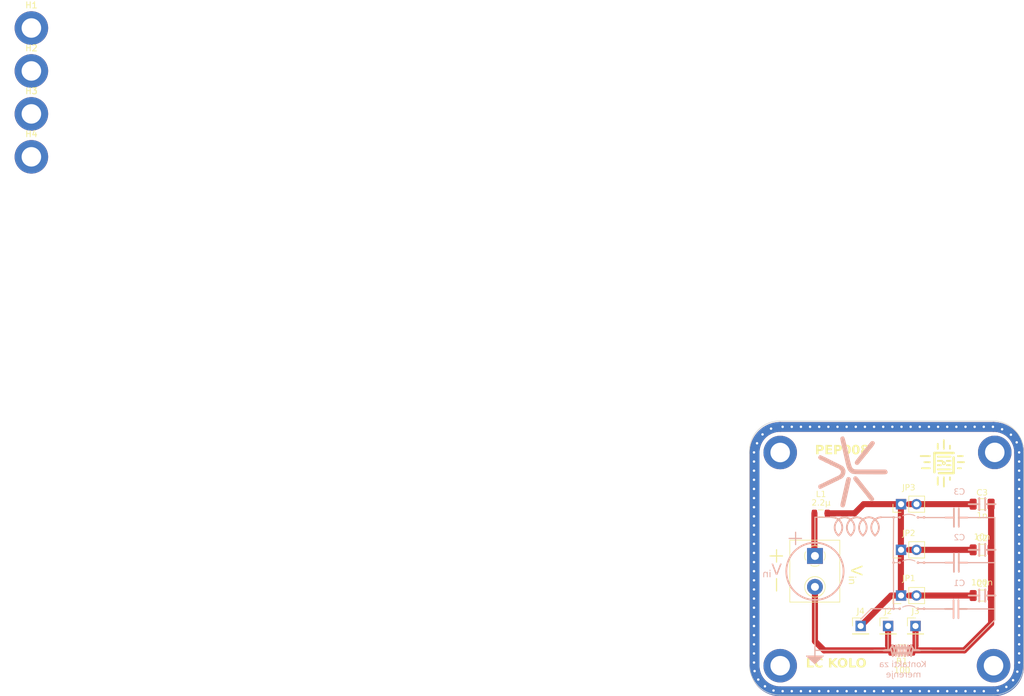
<source format=kicad_pcb>
(kicad_pcb (version 20241229) (generator "pcbnew") (generator_version "9.0")
  (layers (0 "F.Cu" signal) (2 "B.Cu" signal) (13 "F.Paste" user) (15 "B.Paste" user) (5 "F.SilkS" user "F.Silkscreen") (7 "B.SilkS" user "B.Silkscreen") (1 "F.Mask" user) (3 "B.Mask" user) (25 "Edge.Cuts" user))
  (net 0 "")
  (net 1 "0")
  (net 2 "Net-(JP2-B)")
  (net 3 "Net-(JP1-B)")
  (net 4 "Net-(JP3-B)")
  (net 5 "Input voltage")
  (net 6 "Net-(J4-Pin_1)")
  (net 7 "GND")
  (net 8 "Net-(J3-Pin_1)")
  (footprint "Connector_PinHeader_2.54mm:PinHeader_1x01_P2.54mm_Vertical" (layer "F.Cu") (at 148.075 101.2)
    (property "Reference" "J3" (at 0 -1.8 0) (layer "F.SilkS") (effects (justify bottom)))
    (property "Value" "Conn_01x01_Pin")
    (pad "1" thru_hole rect (at 0 0) (size 1.7 1.7) (drill 1) (layers "*.Cu" "*.Mask") (net 8 "Net-(J3-Pin_1)"))
  )
  (footprint "MountingHole:MountingHole_3.2mm_M3_ISO14580_Pad_TopBottom" (layer "F.Cu") (at 125.87501 72.71986)
    (property "Reference" "H2" (hide yes))
    (property "Value" "MountingHole")
    (pad "1" thru_hole circle (at 0 0) (size 3.6 3.6) (drill 3.2) (layers "*.Cu" "*.Mask"))
    (pad "1" connect circle (at 0 0) (size 5.5 5.5) (layers "F.Cu" "F.Mask"))
    (pad "1" connect circle (at 0 0) (size 5.5 5.5) (layers "B.Cu" "B.Mask"))
  )
  (footprint "Connector_PinHeader_2.54mm:PinHeader_1x01_P2.54mm_Vertical" (layer "F.Cu") (at 143.575 101.2)
    (property "Reference" "J2" (at 0 -1.8 0) (layer "F.SilkS") (effects (justify bottom)))
    (property "Value" "Conn_01x01_Pin")
    (pad "1" thru_hole rect (at 0 0) (size 1.7 1.7) (drill 1) (layers "*.Cu" "*.Mask") (net 7 "GND"))
  )
  (footprint "Connector_PinHeader_2.54mm:PinHeader_1x01_P2.54mm_Vertical" (layer "F.Cu") (at 139.075 101.2)
    (property "Reference" "J4" (at 0 -1.8 0) (layer "F.SilkS") (effects (justify bottom)))
    (property "Value" "Conn_01x01_Pin")
    (pad "1" thru_hole rect (at 0 0) (size 1.7 1.7) (drill 1) (layers "*.Cu" "*.Mask") (net 6 "Net-(J4-Pin_1)"))
  )
  (footprint "MountingHole:MountingHole_3.2mm_M3_ISO14580_Pad_TopBottom" (layer "F.Cu") (at 161.075 72.7)
    (property "Reference" "H3" (hide yes))
    (property "Value" "MountingHole")
    (pad "1" thru_hole circle (at 0 0) (size 3.6 3.6) (drill 3.2) (layers "*.Cu" "*.Mask"))
    (pad "1" connect circle (at 0 0) (size 5.5 5.5) (layers "F.Cu" "F.Mask"))
    (pad "1" connect circle (at 0 0) (size 5.5 5.5) (layers "B.Cu" "B.Mask"))
  )
  (footprint "PEP_library:TerminalBlock_Phoenix_MKDS-1,5-2-5.08_1x02_P5.08mm_Horizontal" (layer "F.Cu") (at 131.575 89.7 -90)
    (property "Reference" "J1" (hide yes))
    (property "Value" "Screw_Terminal_01x02" (hide yes))
    (fp_text user "V_{in}\n" (at 1.535427 -5.65 270) (layer "F.SilkS") (effects (font (size 1.8 1.8) (thickness 0.1875)) (justify left bottom)))
    (fp_text user "V_{in}\n" (at 3.4 5.425 0) (layer "B.SilkS") (effects (font (size 1.8 1.8) (thickness 0.1875)) (justify left bottom mirror)))
    (pad "1" thru_hole rect (at 0 0 270) (size 2.6 2.6) (drill 1.3) (layers "*.Cu" "*.Mask") (net 5 "Input voltage"))
    (pad "2" thru_hole circle (at 5.08 0 270) (size 2.6 2.6) (drill 1.3) (layers "*.Cu" "*.Mask") (net 1 "0"))
  )
  (footprint "PEP_library:JP_silk_symbol" (layer "F.Cu") (at 146.975 83.3625 -90)
    (property "Reference" "REF**" (hide yes))
    (property "Value" "JP_silk_symbol")
  )
  (footprint "MountingHole:MountingHole_3.2mm_M3_ISO14580_Pad_TopBottom" (layer "F.Cu") (at 3.025 24.175)
    (property "Reference" "H4" (at 0 -3.75 0) (layer "F.SilkS"))
    (property "Value" "MountingHole")
    (pad "1" thru_hole circle (at 0 0) (size 3.6 3.6) (drill 3.2) (layers "*.Cu" "*.Mask"))
    (pad "1" connect circle (at 0 0) (size 5.5 5.5) (layers "F.Cu" "F.Mask"))
    (pad "1" connect circle (at 0 0) (size 5.5 5.5) (layers "B.Cu" "B.Mask"))
  )
  (footprint "MountingHole:MountingHole_3.2mm_M3_ISO14580_Pad_TopBottom" (layer "F.Cu") (at 125.875 107.7198 -90)
    (property "Reference" "H1" (hide yes))
    (property "Value" "MountingHole")
    (pad "1" thru_hole circle (at 0 0 270) (size 3.6 3.6) (drill 3.2) (layers "*.Cu" "*.Mask"))
    (pad "1" connect circle (at 0 0 270) (size 5.5 5.5) (layers "F.Cu" "F.Mask"))
    (pad "1" connect circle (at 0 0 270) (size 5.5 5.5) (layers "B.Cu" "B.Mask"))
  )
  (footprint "Inductor_SMD:L_0805_2012Metric" (layer "F.Cu") (at 132.550133 82.7)
    (property "Reference" "L1" (at 0.024867 -2.5 0) (layer "F.SilkS") (effects (justify bottom)))
    (property "Value" "2.2µ")
    (pad "1" smd roundrect (at -1.0625 0) (size 0.875 1.2) (layers "F.Cu" "F.Mask" "F.Paste") (net 5 "Input voltage"))
    (pad "2" smd roundrect (at 1.0625 0) (size 0.875 1.2) (layers "F.Cu" "F.Mask" "F.Paste") (net 6 "Net-(J4-Pin_1)"))
  )
  (footprint "PEP_library:JP_silk_symbol" (layer "F.Cu") (at 146.975 98.3625 -90)
    (property "Reference" "REF**" (hide yes))
    (property "Value" "JP_silk_symbol")
  )
  (footprint "MountingHole:MountingHole_3.2mm_M3_ISO14580_Pad_TopBottom" (layer "F.Cu") (at 3.025 17.125)
    (property "Reference" "H3" (at 0 -3.75 0) (layer "F.SilkS"))
    (property "Value" "MountingHole")
    (pad "1" thru_hole circle (at 0 0) (size 3.6 3.6) (drill 3.2) (layers "*.Cu" "*.Mask"))
    (pad "1" connect circle (at 0 0) (size 5.5 5.5) (layers "F.Cu" "F.Mask"))
    (pad "1" connect circle (at 0 0) (size 5.5 5.5) (layers "B.Cu" "B.Mask"))
  )
  (footprint "PEP_library:JP_silk_symbol" (layer "F.Cu") (at 146.975 90.8 -90)
    (property "Reference" "REF**" (hide yes))
    (property "Value" "JP_silk_symbol")
  )
  (footprint "Connector_PinHeader_2.54mm:PinHeader_1x02_P2.54mm_Vertical" (layer "F.Cu") (at 145.7 88.7 90)
    (property "Reference" "JP2" (at 2.1 1.275 180) (layer "F.SilkS") (effects (justify bottom)))
    (property "Value" "Jumper")
    (pad "1" thru_hole rect (at 0 0 90) (size 1.7 1.7) (drill 1) (layers "*.Cu" "*.Mask") (net 6 "Net-(J4-Pin_1)"))
    (pad "2" thru_hole oval (at 0 2.54 90) (size 1.7 1.7) (drill 1) (layers "*.Cu" "*.Mask") (net 2 "Net-(JP2-B)"))
  )
  (footprint "PEP_library:C_1206_3216Metric" (layer "F.Cu") (at 159 81.2)
    (property "Reference" "C3" (at 0 -1.85 0) (layer "F.SilkS"))
    (property "Value" "1n")
    (fp_text user "${REFERENCE}" (at -4.671877 -1.4 0) (layer "B.SilkS") (effects (font (thickness 0.1)) (justify right bottom mirror)))
    (pad "1" smd roundrect (at -1.475 0) (size 1.15 1.8) (layers "F.Cu" "F.Mask" "F.Paste") (roundrect_rratio 0.217391) (net 4 "Net-(JP3-B)"))
    (pad "2" smd roundrect (at 1.475 0) (size 1.15 1.8) (layers "F.Cu" "F.Mask" "F.Paste") (roundrect_rratio 0.217391) (net 8 "Net-(J3-Pin_1)"))
  )
  (footprint "MountingHole:MountingHole_3.2mm_M3_ISO14580_Pad_TopBottom" (layer "F.Cu") (at 3.025 3.025)
    (property "Reference" "H1" (at 0 -3.75 0) (layer "F.SilkS"))
    (property "Value" "MountingHole")
    (pad "1" thru_hole circle (at 0 0) (size 3.6 3.6) (drill 3.2) (layers "*.Cu" "*.Mask"))
    (pad "1" connect circle (at 0 0) (size 5.5 5.5) (layers "F.Cu" "F.Mask"))
    (pad "1" connect circle (at 0 0) (size 5.5 5.5) (layers "B.Cu" "B.Mask"))
  )
  (footprint "PEP_library:C_1206_3216Metric" (layer "F.Cu") (at 159 88.7)
    (property "Reference" "C2" (at 0 -1.85 0) (layer "F.SilkS"))
    (property "Value" "10n")
    (fp_text user "${REFERENCE}" (at -4.671877 -1.4 0) (layer "B.SilkS") (effects (font (thickness 0.1)) (justify right bottom mirror)))
    (pad "1" smd roundrect (at -1.475 0) (size 1.15 1.8) (layers "F.Cu" "F.Mask" "F.Paste") (roundrect_rratio 0.217391) (net 2 "Net-(JP2-B)"))
    (pad "2" smd roundrect (at 1.475 0) (size 1.15 1.8) (layers "F.Cu" "F.Mask" "F.Paste") (roundrect_rratio 0.217391) (net 8 "Net-(J3-Pin_1)"))
  )
  (footprint "MountingHole:MountingHole_3.2mm_M3_ISO14580_Pad_TopBottom" (layer "F.Cu") (at 3.025 10.075)
    (property "Reference" "H2" (at 0 -3.75 0) (layer "F.SilkS"))
    (property "Value" "MountingHole")
    (pad "1" thru_hole circle (at 0 0) (size 3.6 3.6) (drill 3.2) (layers "*.Cu" "*.Mask"))
    (pad "1" connect circle (at 0 0) (size 5.5 5.5) (layers "F.Cu" "F.Mask"))
    (pad "1" connect circle (at 0 0) (size 5.5 5.5) (layers "B.Cu" "B.Mask"))
  )
  (footprint "PEP_library:C_1206_3216Metric" (layer "F.Cu") (at 159 96.2)
    (property "Reference" "C1" (at 0 -1.85 0) (layer "F.SilkS"))
    (property "Value" "100n")
    (fp_text user "${REFERENCE}" (at -4.671877 -1.4 0) (layer "B.SilkS") (effects (font (thickness 0.1)) (justify right bottom mirror)))
    (pad "1" smd roundrect (at -1.475 0) (size 1.15 1.8) (layers "F.Cu" "F.Mask" "F.Paste") (roundrect_rratio 0.217391) (net 3 "Net-(JP1-B)"))
    (pad "2" smd roundrect (at 1.475 0) (size 1.15 1.8) (layers "F.Cu" "F.Mask" "F.Paste") (roundrect_rratio 0.217391) (net 8 "Net-(J3-Pin_1)"))
  )
  (footprint "PEP_library:R_smd" (layer "F.Cu") (at 145.825 105.2 180)
    (property "Reference" "R1" (at 0 -1.82 180) (layer "F.SilkS"))
    (property "Value" "100")
    (pad "1" smd roundrect (at -1.55 0 180) (size 1.3 1.75) (layers "F.Cu" "F.Mask" "F.Paste") (roundrect_rratio 0.192308) (net 8 "Net-(J3-Pin_1)"))
    (pad "2" smd roundrect (at 1.55 0 180) (size 1.3 1.75) (layers "F.Cu" "F.Mask" "F.Paste") (roundrect_rratio 0.192308) (net 7 "GND"))
  )
  (footprint "PEP_library:ele_petnica_logo" (layer "F.Cu") (at 152.725 74.476394)
    (property "Reference" "REF**" (hide yes))
    (property "Value" "ele_petnica_logo" (hide yes))
  )
  (footprint "Connector_PinHeader_2.54mm:PinHeader_1x02_P2.54mm_Vertical" (layer "F.Cu") (at 145.7 96.2 90)
    (property "Reference" "JP1" (at 2.2 1.275 180) (layer "F.SilkS") (effects (justify bottom)))
    (property "Value" "Jumper")
    (pad "1" thru_hole rect (at 0 0 90) (size 1.7 1.7) (drill 1) (layers "*.Cu" "*.Mask") (net 6 "Net-(J4-Pin_1)"))
    (pad "2" thru_hole oval (at 0 2.54 90) (size 1.7 1.7) (drill 1) (layers "*.Cu" "*.Mask") (net 3 "Net-(JP1-B)"))
  )
  (footprint "MountingHole:MountingHole_3.2mm_M3_ISO14580_Pad_TopBottom" (layer "F.Cu") (at 160.875 107.7199)
    (property "Reference" "H4" (hide yes))
    (property "Value" "MountingHole")
    (pad "1" thru_hole circle (at 0 0) (size 3.6 3.6) (drill 3.2) (layers "*.Cu" "*.Mask"))
    (pad "1" connect circle (at 0 0) (size 5.5 5.5) (layers "F.Cu" "F.Mask"))
    (pad "1" connect circle (at 0 0) (size 5.5 5.5) (layers "B.Cu" "B.Mask"))
  )
  (footprint "Connector_PinHeader_2.54mm:PinHeader_1x02_P2.54mm_Vertical" (layer "F.Cu") (at 145.7 81.2 90)
    (property "Reference" "JP3" (at 2.1 1.275 0) (layer "F.SilkS") (effects (justify bottom)))
    (property "Value" "Jumper")
    (pad "1" thru_hole rect (at 0 0 90) (size 1.7 1.7) (drill 1) (layers "*.Cu" "*.Mask") (net 6 "Net-(J4-Pin_1)"))
    (pad "2" thru_hole oval (at 0 2.54 90) (size 1.7 1.7) (drill 1) (layers "*.Cu" "*.Mask") (net 4 "Net-(JP3-B)"))
  )
  (footprint "logo:logo" (layer "B.Cu") (at 137.775 75.9 180)
    (property "Reference" "G***" (hide yes))
    (property "Value" "LOGO" (hide yes))
  )
  (gr_line (start 121.675 72.719848) (end 121.675 107.719848) (stroke (width 1.6)) (layer "F.Cu") (net 1))
  (gr_arc (start 121.675 72.719848) (mid 122.905154 69.750002) (end 125.875 68.519848) (stroke (width 1.6)) (layer "F.Cu") (net 1))
  (gr_arc (start 125.875 111.919848) (mid 122.905159 110.689689) (end 121.675 107.719848) (stroke (width 1.6)) (layer "F.Cu") (net 1))
  (gr_line (start 125.875 111.919848) (end 160.875 111.919848) (stroke (width 1.6)) (layer "F.Cu") (net 1))
  (gr_line (start 165.075 107.719848) (end 165.075 72.719848) (stroke (width 1.6)) (layer "F.Cu") (net 1))
  (gr_arc (start 165.075 107.719848) (mid 163.844851 110.689699) (end 160.875 111.919848) (stroke (width 1.6)) (layer "F.Cu") (net 1))
  (gr_arc (start 160.875 68.519848) (mid 163.844856 69.749992) (end 165.075 72.719848) (stroke (width 1.6)) (layer "F.Cu") (net 1))
  (gr_line (start 125.875 68.519848) (end 160.875 68.519848) (stroke (width 1.6)) (layer "F.Cu") (net 1))
  (gr_line (start 125.875 68.519848) (end 160.875 68.519848) (stroke (width 1.6)) (layer "B.Cu") (net 1))
  (gr_line (start 125.875 111.919848) (end 160.875 111.919848) (stroke (width 1.6)) (layer "B.Cu") (net 1))
  (gr_arc (start 160.875 68.519848) (mid 163.844856 69.749992) (end 165.075 72.719848) (stroke (width 1.6)) (layer "B.Cu") (net 1))
  (gr_arc (start 165.075 107.719848) (mid 163.844851 110.689699) (end 160.875 111.919848) (stroke (width 1.6)) (layer "B.Cu") (net 1))
  (gr_arc (start 125.875 111.919848) (mid 122.905159 110.689689) (end 121.675 107.719848) (stroke (width 1.6)) (layer "B.Cu") (net 1))
  (gr_line (start 165.075 107.719848) (end 165.075 72.719848) (stroke (width 1.6)) (layer "B.Cu") (net 1))
  (gr_arc (start 121.675 72.719848) (mid 122.905154 69.750002) (end 125.875 68.519848) (stroke (width 1.6)) (layer "B.Cu") (net 1))
  (gr_line (start 121.675 72.719848) (end 121.675 107.719848) (stroke (width 1.6)) (layer "B.Cu") (net 1))
  (gr_line (start 148.075 105.075) (end 148.075 102.325) (stroke (width 0.2)) (layer "B.SilkS"))
  (gr_line (start 146.825 106.075) (end 146.325 104.325) (stroke (width 0.3)) (layer "B.SilkS"))
  (gr_line (start 130.19638 106.126018) (end 131.57138 107.376018) (stroke (width 0.15)) (layer "B.SilkS"))
  (gr_line (start 161.075 100.2) (end 156.075 105.2) (stroke (width 0.2)) (layer "B.SilkS"))
  (gr_line (start 154.375 84.9) (end 154.375 81.9) (stroke (width 0.3)) (layer "B.SilkS"))
  (gr_line (start 142.437342 83.345908) (end 144.337342 83.345908) (stroke (width 0.2)) (layer "B.SilkS"))
  (gr_line (start 145.325 104.325) (end 144.825 106.075) (stroke (width 0.3)) (layer "B.SilkS"))
  (gr_line (start 148.5 83.4) (end 152.975 83.4) (stroke (width 0.2)) (layer "B.SilkS"))
  (gr_line (start 148.825 105.2) (end 147.825 105.2) (stroke (width 0.3)) (layer "B.SilkS"))
  (gr_poly (pts (xy 132.94638 106.126018) (xy 130.19638 106.126018) (xy 131.57138 107.376018)) (stroke (width 0.15)) (fill yes) (layer "B.SilkS"))
  (gr_line (start 155.1125 96.9) (end 155.1125 99.9) (stroke (width 0.3)) (layer "B.SilkS"))
  (gr_line (start 154.375 90.8) (end 152.975 90.8) (stroke (width 0.3)) (layer "B.SilkS"))
  (gr_arc (start 138.437342 83.345908) (mid 139.975 84.5) (end 139.437342 86.345908) (stroke (width 0.3)) (layer "B.SilkS"))
  (gr_line (start 131.57319 105.2) (end 132.575 105.2) (stroke (width 0.2)) (layer "B.SilkS"))
  (gr_line (start 148.4375 98.4) (end 152.9125 98.4) (stroke (width 0.2)) (layer "B.SilkS"))
  (gr_line (start 144.825 106.075) (end 144.325 104.325) (stroke (width 0.3)) (layer "B.SilkS"))
  (gr_line (start 145.825 106.075) (end 145.325 104.325) (stroke (width 0.3)) (layer "B.SilkS"))
  (gr_line (start 154.3125 99.9) (end 154.3125 96.9) (stroke (width 0.3)) (layer "B.SilkS"))
  (gr_line (start 132.575 105.2) (end 143.075 105.2) (stroke (width 0.2)) (layer "B.SilkS"))
  (gr_arc (start 140.437342 83.345908) (mid 141.975 84.5) (end 141.437342 86.345908) (stroke (width 0.3)) (layer "B.SilkS"))
  (gr_line (start 131.575 96.7) (end 131.575 101.7) (stroke (width 0.2)) (layer "B.SilkS"))
  (gr_line (start 154.375 92.3) (end 154.375 89.3) (stroke (width 0.3)) (layer "B.SilkS"))
  (gr_line (start 155.175 81.9) (end 155.175 84.9) (stroke (width 0.3)) (layer "B.SilkS"))
  (gr_line (start 143.575 105.075) (end 143.575 102.325) (stroke (width 0.2)) (layer "B.SilkS"))
  (gr_line (start 131.575 101.7) (end 131.57138 106.376018) (stroke (width 0.2)) (layer "B.SilkS"))
  (gr_line (start 148.5 90.8) (end 152.975 90.8) (stroke (width 0.2)) (layer "B.SilkS"))
  (gr_line (start 140.825 98.362496) (end 139.125 100.062496) (stroke (width 0.2)) (layer "B.SilkS"))
  (gr_line (start 147.825 105.2) (end 147.325 104.325) (stroke (width 0.3)) (layer "B.SilkS"))
  (gr_line (start 144.325 104.325) (end 143.825 105.2) (stroke (width 0.3)) (layer "B.SilkS"))
  (gr_line (start 147.325 104.325) (end 146.825 106.075) (stroke (width 0.3)) (layer "B.SilkS"))
  (gr_line (start 155.175 89.3) (end 155.175 92.3) (stroke (width 0.3)) (layer "B.SilkS"))
  (gr_arc (start 141.437342 86.345908) (mid 140.899591 84.499991) (end 142.437342 83.345908) (stroke (width 0.3)) (layer "B.SilkS"))
  (gr_line (start 155.175 90.8) (end 156.575 90.8) (stroke (width 0.3)) (layer "B.SilkS"))
  (gr_line (start 134.437342 83.345908) (end 131.575 83.345908) (stroke (width 0.2)) (layer "B.SilkS"))
  (gr_line (start 154.3125 98.4) (end 152.9125 98.4) (stroke (width 0.3)) (layer "B.SilkS"))
  (gr_line (start 140.825 98.362496) (end 144.475 98.362496) (stroke (width 0.2)) (layer "B.SilkS"))
  (gr_line (start 161.075 83.4) (end 161.075 100.2) (stroke (width 0.2)) (layer "B.SilkS"))
  (gr_arc (start 136.437342 83.345908) (mid 137.975 84.5) (end 137.437342 86.345908) (stroke (width 0.3)) (layer "B.SilkS"))
  (gr_line (start 146.325 104.325) (end 145.825 106.075) (stroke (width 0.3)) (layer "B.SilkS"))
  (gr_line (start 144.45 87.7) (end 144.475 98.362496) (stroke (width 0.2)) (layer "B.SilkS"))
  (gr_arc (start 139.437342 86.345908) (mid 138.899591 84.499991) (end 140.437342 83.345908) (stroke (width 0.3)) (layer "B.SilkS"))
  (gr_line (start 156.6 83.4) (end 161.075 83.4) (stroke (width 0.2)) (layer "B.SilkS"))
  (gr_line (start 143.825 105.2) (end 142.825 105.2) (stroke (width 0.3)) (layer "B.SilkS"))
  (gr_line (start 144.475 83.362496) (end 144.45 87.7) (stroke (width 0.2)) (layer "B.SilkS"))
  (gr_line (start 131.575 83.345908) (end 131.575 87.868752) (stroke (width 0.2)) (layer "B.SilkS"))
  (gr_arc (start 137.437342 86.345908) (mid 136.899591 84.499991) (end 138.437342 83.345908) (stroke (width 0.3)) (layer "B.SilkS"))
  (gr_line (start 156.6 90.8) (end 161.075 90.8) (stroke (width 0.2)) (layer "B.SilkS"))
  (gr_line (start 156.5375 98.4) (end 161.0125 98.4) (stroke (width 0.2)) (layer "B.SilkS"))
  (gr_arc (start 134.437342 83.345908) (mid 135.975 84.5) (end 135.437342 86.345908) (stroke (width 0.3)) (layer "B.SilkS"))
  (gr_line (start 156.075 105.2) (end 148.825 105.2) (stroke (width 0.2)) (layer "B.SilkS"))
  (gr_arc (start 135.437342 86.345908) (mid 134.899591 84.499991) (end 136.437342 83.345908) (stroke (width 0.3)) (layer "B.SilkS"))
  (gr_line (start 155.175 83.4) (end 156.575 83.4) (stroke (width 0.3)) (layer "B.SilkS"))
  (gr_line (start 154.375 83.4) (end 152.975 83.4) (stroke (width 0.3)) (layer "B.SilkS"))
  (gr_line (start 155.1125 98.4) (end 156.5125 98.4) (stroke (width 0.3)) (layer "B.SilkS"))
  (gr_line (start 160.814876 112.534723) (end 125.814876 112.534723) (stroke (width 0.1)) (layer "Edge.Cuts"))
  (gr_line (start 165.814876 107.534723) (end 165.814876 72.534723) (stroke (width 0.1)) (layer "Edge.Cuts"))
  (gr_arc (start 120.814876 72.534723) (mid 122.279343 68.99919) (end 125.814876 67.534723) (stroke (width 0.1)) (layer "Edge.Cuts"))
  (gr_arc (start 125.814876 112.534723) (mid 122.279366 111.070233) (end 120.814876 107.534723) (stroke (width 0.1)) (layer "Edge.Cuts"))
  (gr_arc (start 160.814876 67.534723) (mid 164.350434 68.999165) (end 165.814876 72.534723) (stroke (width 0.1)) (layer "Edge.Cuts"))
  (gr_line (start 125.814876 67.534723) (end 160.814876 67.534723) (stroke (width 0.1)) (layer "Edge.Cuts"))
  (gr_arc (start 165.814876 107.534723) (mid 164.35042 111.070267) (end 160.814876 112.534723) (stroke (width 0.1)) (layer "Edge.Cuts"))
  (gr_line (start 120.814876 72.534723) (end 120.814876 107.534723) (stroke (width 0.1)) (layer "Edge.Cuts"))
  (gr_text "2.2µ" (at 132.575 81.6 0) (layer "F.SilkS") (effects (font (size 1 1) (thickness 0.1)) (justify bottom)))
  (gr_text "100" (at 145.875 109.1 0) (layer "F.SilkS") (effects (font (size 1 1) (thickness 0.1)) (justify bottom)))
  (gr_text "LC KOLO" (at 130.075047 108.258854 0) (layer "F.SilkS") (effects (font (size 1.5 1.5) (thickness 0.2) (bold yes)) (justify left bottom)))
  (gr_text "10n" (at 158.975 87.2 0) (layer "F.SilkS") (effects (font (size 1 1) (thickness 0.1)) (justify bottom)))
  (gr_text "100n" (at 158.975 94.7 0) (layer "F.SilkS") (effects (font (size 1 1) (thickness 0.1)) (justify bottom)))
  (gr_text "PEP008" (at 131.575 73.258914 0) (layer "F.SilkS") (effects (font (size 1.5 1.5) (thickness 0.2) (bold yes)) (justify left bottom)))
  (gr_text "1n" (at 159 83.7 0) (layer "F.SilkS") (effects (font (size 1 1) (thickness 0.1)) (justify bottom)))
  (gr_text "Kontakti za\n  merenje" (at 149.875 109.8 0) (layer "B.SilkS") (effects (font (size 1 1) (thickness 0.2)) (justify left bottom mirror)))
  (via (at 127.775 68.5) (size 0.8) (drill 0.4) (layers "F.Cu" "B.Cu") (net 0))
  (via (at 162.975 111.2) (size 0.8) (drill 0.4) (layers "F.Cu" "B.Cu") (net 0))
  (via (at 148.775 68.5) (size 0.8) (drill 0.4) (layers "F.Cu" "B.Cu") (net 0))
  (via (at 135.275 111.9) (size 0.8) (drill 0.4) (layers "F.Cu" "B.Cu") (net 0))
  (via (at 133.775 68.5) (size 0.8) (drill 0.4) (layers "F.Cu" "B.Cu") (net 0))
  (via (at 144.275 111.9) (size 0.8) (drill 0.4) (layers "F.Cu" "B.Cu") (net 0))
  (via (at 122.975 69.75) (size 0.8) (drill 0.4) (layers "F.Cu" "B.Cu") (net 0))
  (via (at 121.575 89.2) (size 0.8) (drill 0.4) (layers "F.Cu" "B.Cu") (net 0))
  (via (at 165.075 95.2) (size 0.8) (drill 0.4) (layers "F.Cu" "B.Cu") (net 0))
  (via (at 165.075 105.7) (size 0.8) (drill 0.4) (layers "F.Cu" "B.Cu") (net 0))
  (via (at 121.575 102.7) (size 0.8) (drill 0.4) (layers "F.Cu" "B.Cu") (net 0))
  (via (at 159.275 68.5) (size 0.8) (drill 0.4) (layers "F.Cu" "B.Cu") (net 0))
  (via (at 136.775 68.5) (size 0.8) (drill 0.4) (layers "F.Cu" "B.Cu") (net 0))
  (via (at 147.275 111.9) (size 0.8) (drill 0.4) (layers "F.Cu" "B.Cu") (net 0))
  (via (at 124.775 111.8) (size 0.8) (drill 0.4) (layers "F.Cu" "B.Cu") (net 0))
  (via (at 121.575 77.2) (size 0.8) (drill 0.4) (layers "F.Cu" "B.Cu") (net 0))
  (via (at 165.075 83.2) (size 0.8) (drill 0.4) (layers "F.Cu" "B.Cu") (net 0))
  (via (at 165.075 104.2) (size 0.8) (drill 0.4) (layers "F.Cu" "B.Cu") (net 0))
  (via (at 141.275 68.5) (size 0.8) (drill 0.4) (layers "F.Cu" "B.Cu") (net 0))
  (via (at 121.575 81.7) (size 0.8) (drill 0.4) (layers "F.Cu" "B.Cu") (net 0))
  (via (at 159.275 111.9) (size 0.8) (drill 0.4) (layers "F.Cu" "B.Cu") (net 0))
  (via (at 165.075 93.7) (size 0.8) (drill 0.4) (layers "F.Cu" "B.Cu") (net 0))
  (via (at 133.775 111.9) (size 0.8) (drill 0.4) (layers "F.Cu" "B.Cu") (net 0))
  (via (at 162.275 68.9) (size 0.8) (drill 0.4) (layers "F.Cu" "B.Cu") (net 0))
  (via (at 126.275 111.9) (size 0.8) (drill 0.4) (layers "F.Cu" "B.Cu") (net 0))
  (via (at 157.775 111.9) (size 0.8) (drill 0.4) (layers "F.Cu" "B.Cu") (net 0))
  (via (at 150.275 111.9) (size 0.8) (drill 0.4) (layers "F.Cu" "B.Cu") (net 0))
  (via (at 165.075 72.7) (size 0.8) (drill 0.4) (layers "F.Cu" "B.Cu") (net 0))
  (via (at 153.275 68.5) (size 0.8) (drill 0.4) (layers "F.Cu" "B.Cu") (net 0))
  (via (at 154.775 68.5) (size 0.8) (drill 0.4) (layers "F.Cu" "B.Cu") (net 0))
  (via (at 164.775 108.7) (size 0.8) (drill 0.4) (layers "F.Cu" "B.Cu") (net 0))
  (via (at 121.575 105.7) (size 0.8) (drill 0.4) (layers "F.Cu" "B.Cu") (net 0))
  (via (at 165.075 74.2) (size 0.8) (drill 0.4) (layers "F.Cu" "B.Cu") (net 0))
  (via (at 139.775 68.5) (size 0.8) (drill 0.4) (layers "F.Cu" "B.Cu") (net 0))
  (via (at 165.075 86.2) (size 0.8) (drill 0.4) (layers "F.Cu" "B.Cu") (net 0))
  (via (at 160.775 68.5) (size 0.8) (drill 0.4) (layers "F.Cu" "B.Cu") (net 0))
  (via (at 165.075 92.2) (size 0.8) (drill 0.4) (layers "F.Cu" "B.Cu") (net 0))
  (via (at 150.275 68.5) (size 0.8) (drill 0.4) (layers "F.Cu" "B.Cu") (net 0))
  (via (at 163.725 69.8) (size 0.8) (drill 0.4) (layers "F.Cu" "B.Cu") (net 0))
  (via (at 165.075 78.7) (size 0.8) (drill 0.4) (layers "F.Cu" "B.Cu") (net 0))
  (via (at 121.575 75.7) (size 0.8) (drill 0.4) (layers "F.Cu" "B.Cu") (net 0))
  (via (at 161.575 111.8) (size 0.8) (drill 0.4) (layers "F.Cu" "B.Cu") (net 0))
  (via (at 121.575 80.2) (size 0.8) (drill 0.4) (layers "F.Cu" "B.Cu") (net 0))
  (via (at 147.275 68.5) (size 0.8) (drill 0.4) (layers "F.Cu" "B.Cu") (net 0))
  (via (at 142.775 111.9) (size 0.8) (drill 0.4) (layers "F.Cu" "B.Cu") (net 0))
  (via (at 124.375 68.8) (size 0.8) (drill 0.4) (layers "F.Cu" "B.Cu") (net 0))
  (via (at 129.275 111.9) (size 0.8) (drill 0.4) (layers "F.Cu" "B.Cu") (net 0))
  (via (at 142.775 68.5) (size 0.8) (drill 0.4) (layers "F.Cu" "B.Cu") (net 0))
  (via (at 130.775 111.9) (size 0.8) (drill 0.4) (layers "F.Cu" "B.Cu") (net 0))
  (via (at 121.575 95.2) (size 0.8) (drill 0.4) (layers "F.Cu" "B.Cu") (net 0))
  (via (at 121.575 96.7) (size 0.8) (drill 0.4) (layers "F.Cu" "B.Cu") (net 0))
  (via (at 126.275 68.5) (size 0.8) (drill 0.4) (layers "F.Cu" "B.Cu") (net 0))
  (via (at 165.075 80.2) (size 0.8) (drill 0.4) (layers "F.Cu" "B.Cu") (net 0))
  (via (at 121.575 83.2) (size 0.8) (drill 0.4) (layers "F.Cu" "B.Cu") (net 0))
  (via (at 121.575 86.2) (size 0.8) (drill 0.4) (layers "F.Cu" "B.Cu") (net 0))
  (via (at 157.775 68.5) (size 0.8) (drill 0.4) (layers "F.Cu" "B.Cu") (net 0))
  (via (at 165.075 81.7) (size 0.8) (drill 0.4) (layers "F.Cu" "B.Cu") (net 0))
  (via (at 121.575 107.2) (size 0.8) (drill 0.4) (layers "F.Cu" "B.Cu") (net 0))
  (via (at 132.275 68.5) (size 0.8) (drill 0.4) (layers "F.Cu" "B.Cu") (net 0))
  (via (at 164.675 71.05) (size 0.8) (drill 0.4) (layers "F.Cu" "B.Cu") (net 0))
  (via (at 122.275 110) (size 0.8) (drill 0.4) (layers "F.Cu" "B.Cu") (net 0))
  (via (at 165.075 102.7) (size 0.8) (drill 0.4) (layers "F.Cu" "B.Cu") (net 0))
  (via (at 123.375 111.1) (size 0.8) (drill 0.4) (layers "F.Cu" "B.Cu") (net 0))
  (via (at 121.575 93.7) (size 0.8) (drill 0.4) (layers "F.Cu" "B.Cu") (net 0))
  (via (at 129.275 68.5) (size 0.8) (drill 0.4) (layers "F.Cu" "B.Cu") (net 0))
  (via (at 138.275 68.5) (size 0.8) (drill 0.4) (layers "F.Cu" "B.Cu") (net 0))
  (via (at 130.775 68.5) (size 0.8) (drill 0.4) (layers "F.Cu" "B.Cu") (net 0))
  (via (at 145.775 68.5) (size 0.8) (drill 0.4) (layers "F.Cu" "B.Cu") (net 0))
  (via (at 165.075 75.7) (size 0.8) (drill 0.4) (layers "F.Cu" "B.Cu") (net 0))
  (via (at 165.075 90.7) (size 0.8) (drill 0.4) (layers "F.Cu" "B.Cu") (net 0))
  (via (at 121.575 87.7) (size 0.8) (drill 0.4) (layers "F.Cu" "B.Cu") (net 0))
  (via (at 127.775 111.9) (size 0.8) (drill 0.4) (layers "F.Cu" "B.Cu") (net 0))
  (via (at 165.075 77.2) (size 0.8) (drill 0.4) (layers "F.Cu" "B.Cu") (net 0))
  (via (at 165.075 87.7) (size 0.8) (drill 0.4) (layers "F.Cu" "B.Cu") (net 0))
  (via (at 121.575 92.2) (size 0.8) (drill 0.4) (layers "F.Cu" "B.Cu") (net 0))
  (via (at 135.275 68.5) (size 0.8) (drill 0.4) (layers "F.Cu" "B.Cu") (net 0))
  (via (at 121.575 101.2) (size 0.8) (drill 0.4) (layers "F.Cu" "B.Cu") (net 0))
  (via (at 145.775 111.9) (size 0.8) (drill 0.4) (layers "F.Cu" "B.Cu") (net 0))
  (via (at 165.075 96.7) (size 0.8) (drill 0.4) (layers "F.Cu" "B.Cu") (net 0))
  (via (at 121.675 108.6) (size 0.8) (drill 0.4) (layers "F.Cu" "B.Cu") (net 0))
  (via (at 121.575 84.7) (size 0.8) (drill 0.4) (layers "F.Cu" "B.Cu") (net 0))
  (via (at 132.275 111.9) (size 0.8) (drill 0.4) (layers "F.Cu" "B.Cu") (net 0))
  (via (at 153.275 111.9) (size 0.8) (drill 0.4) (layers "F.Cu" "B.Cu") (net 0))
  (via (at 139.775 111.9) (size 0.8) (drill 0.4) (layers "F.Cu" "B.Cu") (net 0))
  (via (at 122.075 71.2) (size 0.8) (drill 0.4) (layers "F.Cu" "B.Cu") (net 0))
  (via (at 151.775 111.9) (size 0.8) (drill 0.4) (layers "F.Cu" "B.Cu") (net 0))
  (via (at 121.575 74.2) (size 0.8) (drill 0.4) (layers "F.Cu" "B.Cu") (net 0))
  (via (at 165.075 99.7) (size 0.8) (drill 0.4) (layers "F.Cu" "B.Cu") (net 0))
  (via (at 165.075 107.2) (size 0.8) (drill 0.4) (layers "F.Cu" "B.Cu") (net 0))
  (via (at 121.575 78.7) (size 0.8) (drill 0.4) (layers "F.Cu" "B.Cu") (net 0))
  (via (at 121.575 98.2) (size 0.8) (drill 0.4) (layers "F.Cu" "B.Cu") (net 0))
  (via (at 165.075 101.2) (size 0.8) (drill 0.4) (layers "F.Cu" "B.Cu") (net 0))
  (via (at 165.075 84.7) (size 0.8) (drill 0.4) (layers "F.Cu" "B.Cu") (net 0))
  (via (at 151.775 68.5) (size 0.8) (drill 0.4) (layers "F.Cu" "B.Cu") (net 0))
  (via (at 165.075 89.2) (size 0.8) (drill 0.4) (layers "F.Cu" "B.Cu") (net 0))
  (via (at 121.575 90.7) (size 0.8) (drill 0.4) (layers "F.Cu" "B.Cu") (net 0))
  (via (at 148.775 111.9) (size 0.8) (drill 0.4) (layers "F.Cu" "B.Cu") (net 0))
  (via (at 156.275 68.5) (size 0.8) (drill 0.4) (layers "F.Cu" "B.Cu") (net 0))
  (via (at 136.775 111.9) (size 0.8) (drill 0.4) (layers "F.Cu" "B.Cu") (net 0))
  (via (at 141.275 111.9) (size 0.8) (drill 0.4) (layers "F.Cu" "B.Cu") (net 0))
  (via (at 121.575 99.7) (size 0.8) (drill 0.4) (layers "F.Cu" "B.Cu") (net 0))
  (via (at 138.275 111.9) (size 0.8) (drill 0.4) (layers "F.Cu" "B.Cu") (net 0))
  (via (at 165.075 98.2) (size 0.8) (drill 0.4) (layers "F.Cu" "B.Cu") (net 0))
  (via (at 164.075 110.1) (size 0.8) (drill 0.4) (layers "F.Cu" "B.Cu") (net 0))
  (via (at 144.275 68.5) (size 0.8) (drill 0.4) (layers "F.Cu" "B.Cu") (net 0))
  (via (at 154.775 111.9) (size 0.8) (drill 0.4) (layers "F.Cu" "B.Cu") (net 0))
  (via (at 121.575 72.7) (size 0.8) (drill 0.4) (layers "F.Cu" "B.Cu") (net 0))
  (via (at 156.275 111.9) (size 0.8) (drill 0.4) (layers "F.Cu" "B.Cu") (net 0))
  (via (at 121.575 104.2) (size 0.8) (drill 0.4) (layers "F.Cu" "B.Cu") (net 0))
  (segment (start 160.575 96.2) (end 161.075 96.2) (width 0.2) (layer "B.Cu") (net 0))
  (segment (start 147 88.7) (end 157.525 88.7) (width 1) (layer "F.Cu") (net 2))
  (segment (start 147 96.2) (end 157.525 96.2) (width 1) (layer "F.Cu") (net 3))
  (segment (start 147 81.2) (end 157.525 81.2) (width 1) (layer "F.Cu") (net 4))
  (segment (start 131.487633 82.7) (end 131.487633 89.612633) (width 1) (layer "F.Cu") (net 5))
  (segment (start 131.487633 89.612633) (end 131.575 89.7) (width 0.2) (layer "F.Cu") (net 5))
  (segment (start 145.65 96.2) (end 144.075 96.2) (width 1) (layer "F.Cu") (net 6))
  (segment (start 145.675 96.225) (end 145.65 96.2) (width 1) (layer "F.Cu") (net 6))
  (segment (start 138.075 82.7) (end 139.575 81.2) (width 1) (layer "F.Cu") (net 6))
  (segment (start 133.612633 82.7) (end 138.075 82.7) (width 1) (layer "F.Cu") (net 6))
  (segment (start 139.575 81.2) (end 145.675 81.2) (width 1) (layer "F.Cu") (net 6))
  (segment (start 144.075 96.2) (end 139.075 101.2) (width 1) (layer "F.Cu") (net 6))
  (segment (start 145.675 81.2) (end 145.675 96.225) (width 1) (layer "F.Cu") (net 6))
  (segment (start 131.575 103.7) (end 131.575 94.78) (width 1) (layer "F.Cu") (net 7))
  (segment (start 144.3625 105.2) (end 143.575 104.4125) (width 1) (layer "F.Cu") (net 7))
  (segment (start 133.075 105.2) (end 131.575 103.7) (width 1) (layer "F.Cu") (net 7))
  (segment (start 144.3625 105.2) (end 133.075 105.2) (width 1) (layer "F.Cu") (net 7))
  (segment (start 143.575 104.4125) (end 143.575 101.2) (width 1) (layer "F.Cu") (net 7))
  (segment (start 160.475 81.2) (end 160.475 88.7) (width 1) (layer "F.Cu") (net 8))
  (segment (start 160.475 96.2) (end 160.475 100.8) (width 1) (layer "F.Cu") (net 8))
  (segment (start 147.2875 105.2) (end 156.075 105.2) (width 1) (layer "F.Cu") (net 8))
  (segment (start 156.075 105.2) (end 159.825 101.45) (width 1) (layer "F.Cu") (net 8))
  (segment (start 160.475 88.7) (end 160.475 96.2) (width 1) (layer "F.Cu") (net 8))
  (segment (start 160.475 100.8) (end 159.825 101.45) (width 1) (layer "F.Cu") (net 8))
  (segment (start 148.075 104.4125) (end 148.075 101.2) (width 1) (layer "F.Cu") (net 8))
  (segment (start 147.2875 105.2) (end 148.075 104.4125) (width 1) (layer "F.Cu") (net 8))
)
</source>
